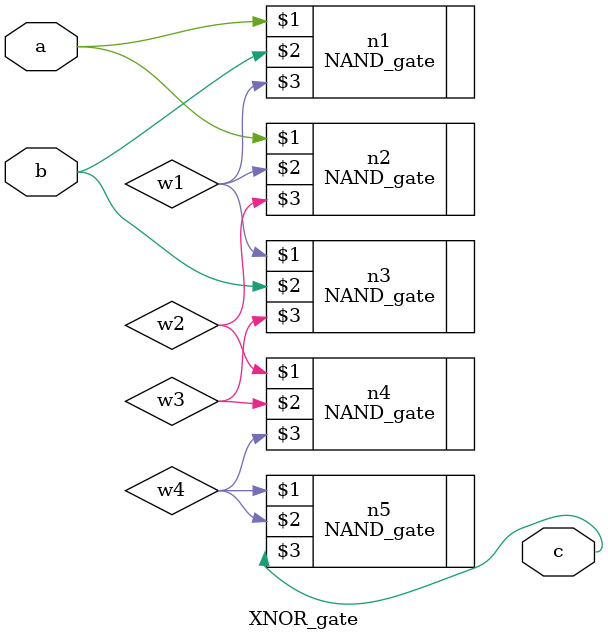
<source format=v>
`include "NAND.v"
module XNOR_gate(a, b, c);
input a, b;
output c;

wire w1, w2, w3, w4;

NAND_gate n1(a, b, w1);
NAND_gate n2(a, w1, w2);
NAND_gate n3(w1, b, w3);
NAND_gate n4(w2, w3, w4);
NAND_gate n5(w4, w4, c);

endmodule
</source>
